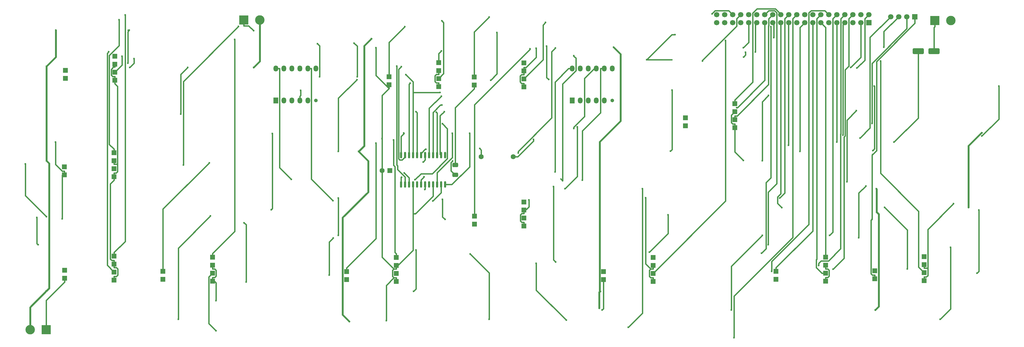
<source format=gbr>
%TF.GenerationSoftware,KiCad,Pcbnew,9.0.2*%
%TF.CreationDate,2025-07-13T15:23:57+02:00*%
%TF.ProjectId,elec,656c6563-2e6b-4696-9361-645f70636258,rev?*%
%TF.SameCoordinates,Original*%
%TF.FileFunction,Copper,L2,Bot*%
%TF.FilePolarity,Positive*%
%FSLAX46Y46*%
G04 Gerber Fmt 4.6, Leading zero omitted, Abs format (unit mm)*
G04 Created by KiCad (PCBNEW 9.0.2) date 2025-07-13 15:23:57*
%MOMM*%
%LPD*%
G01*
G04 APERTURE LIST*
G04 Aperture macros list*
%AMRoundRect*
0 Rectangle with rounded corners*
0 $1 Rounding radius*
0 $2 $3 $4 $5 $6 $7 $8 $9 X,Y pos of 4 corners*
0 Add a 4 corners polygon primitive as box body*
4,1,4,$2,$3,$4,$5,$6,$7,$8,$9,$2,$3,0*
0 Add four circle primitives for the rounded corners*
1,1,$1+$1,$2,$3*
1,1,$1+$1,$4,$5*
1,1,$1+$1,$6,$7*
1,1,$1+$1,$8,$9*
0 Add four rect primitives between the rounded corners*
20,1,$1+$1,$2,$3,$4,$5,0*
20,1,$1+$1,$4,$5,$6,$7,0*
20,1,$1+$1,$6,$7,$8,$9,0*
20,1,$1+$1,$8,$9,$2,$3,0*%
G04 Aperture macros list end*
%TA.AperFunction,ComponentPad*%
%ADD10R,1.500000X1.500000*%
%TD*%
%TA.AperFunction,ComponentPad*%
%ADD11R,1.501140X1.930400*%
%TD*%
%TA.AperFunction,ComponentPad*%
%ADD12O,1.501140X1.930400*%
%TD*%
%TA.AperFunction,ComponentPad*%
%ADD13O,1.168400X1.168400*%
%TD*%
%TA.AperFunction,ComponentPad*%
%ADD14R,3.000000X3.000000*%
%TD*%
%TA.AperFunction,ComponentPad*%
%ADD15C,3.000000*%
%TD*%
%TA.AperFunction,ComponentPad*%
%ADD16R,1.700000X1.700000*%
%TD*%
%TA.AperFunction,ComponentPad*%
%ADD17C,1.700000*%
%TD*%
%TA.AperFunction,SMDPad,CuDef*%
%ADD18RoundRect,0.250000X-1.500000X-0.650000X1.500000X-0.650000X1.500000X0.650000X-1.500000X0.650000X0*%
%TD*%
%TA.AperFunction,SMDPad,CuDef*%
%ADD19RoundRect,0.250000X0.650000X-0.412500X0.650000X0.412500X-0.650000X0.412500X-0.650000X-0.412500X0*%
%TD*%
%TA.AperFunction,ComponentPad*%
%ADD20C,1.600000*%
%TD*%
%TA.AperFunction,ComponentPad*%
%ADD21RoundRect,0.250000X0.550000X0.550000X-0.550000X0.550000X-0.550000X-0.550000X0.550000X-0.550000X0*%
%TD*%
%TA.AperFunction,SMDPad,CuDef*%
%ADD22RoundRect,0.150000X0.150000X-0.875000X0.150000X0.875000X-0.150000X0.875000X-0.150000X-0.875000X0*%
%TD*%
%TA.AperFunction,ViaPad*%
%ADD23C,0.600000*%
%TD*%
%TA.AperFunction,Conductor*%
%ADD24C,0.400000*%
%TD*%
%TA.AperFunction,Conductor*%
%ADD25C,0.600000*%
%TD*%
G04 APERTURE END LIST*
D10*
%TO.P,KR8,1,+5V_TOP_LED*%
%TO.N,Net-(J2-Pin_24)*%
X286000000Y-125650000D03*
%TO.P,KR8,2,GND_TOP_LED*%
%TO.N,GND*%
X286000000Y-128190000D03*
%TO.P,KR8,3,+5V_BOTTOM_LED*%
%TO.N,Net-(J2-Pin_26)*%
X286000000Y-130730000D03*
%TO.P,KR8,4,GND_BOTTOM_LED*%
%TO.N,GND*%
X286000000Y-133270000D03*
%TO.P,KR8,5,SW_IN*%
%TO.N,Net-(J2-Pin_27)*%
X270300000Y-130150000D03*
%TO.P,KR8,6,SW_OUT*%
%TO.N,GND*%
X270300000Y-132690000D03*
%TD*%
%TO.P,KR3,1,+5V_TOP_LED*%
%TO.N,Net-(J2-Pin_4)*%
X89150000Y-174100000D03*
%TO.P,KR3,2,GND_TOP_LED*%
%TO.N,GND*%
X89150000Y-176640000D03*
%TO.P,KR3,3,+5V_BOTTOM_LED*%
%TO.N,Net-(J2-Pin_5)*%
X89150000Y-179180000D03*
%TO.P,KR3,4,GND_BOTTOM_LED*%
%TO.N,GND*%
X89150000Y-181720000D03*
%TO.P,KR3,5,SW_IN*%
%TO.N,Net-(J2-Pin_6)*%
X73450000Y-178600000D03*
%TO.P,KR3,6,SW_OUT*%
%TO.N,GND*%
X73450000Y-181140000D03*
%TD*%
%TO.P,KR11,1,+5V_TOP_LED*%
%TO.N,Net-(J2-Pin_31)*%
X192050000Y-112650000D03*
%TO.P,KR11,2,GND_TOP_LED*%
%TO.N,GND*%
X192050000Y-115190000D03*
%TO.P,KR11,3,+5V_BOTTOM_LED*%
%TO.N,Net-(J2-Pin_32)*%
X192050000Y-117730000D03*
%TO.P,KR11,4,GND_BOTTOM_LED*%
%TO.N,GND*%
X192050000Y-120270000D03*
%TO.P,KR11,5,SW_IN*%
%TO.N,Net-(J2-Pin_33)*%
X176350000Y-117150000D03*
%TO.P,KR11,6,SW_OUT*%
%TO.N,GND*%
X176350000Y-119690000D03*
%TD*%
%TO.P,KR7,1,+5V_TOP_LED*%
%TO.N,Net-(J2-Pin_10)*%
X260050000Y-174500000D03*
%TO.P,KR7,2,GND_TOP_LED*%
%TO.N,GND*%
X260050000Y-177040000D03*
%TO.P,KR7,3,+5V_BOTTOM_LED*%
%TO.N,Net-(J2-Pin_11)*%
X260050000Y-179580000D03*
%TO.P,KR7,4,GND_BOTTOM_LED*%
%TO.N,GND*%
X260050000Y-182120000D03*
%TO.P,KR7,5,SW_IN*%
%TO.N,Net-(J2-Pin_12)*%
X244350000Y-179000000D03*
%TO.P,KR7,6,SW_OUT*%
%TO.N,GND*%
X244350000Y-181540000D03*
%TD*%
%TO.P,KR1,1,+5V_TOP_LED*%
%TO.N,Net-(J2-Pin_1)*%
X89400000Y-110600000D03*
%TO.P,KR1,2,GND_TOP_LED*%
%TO.N,GND*%
X89400000Y-113140000D03*
%TO.P,KR1,3,+5V_BOTTOM_LED*%
%TO.N,Net-(J2-Pin_2)*%
X89400000Y-115680000D03*
%TO.P,KR1,4,GND_BOTTOM_LED*%
%TO.N,GND*%
X89400000Y-118220000D03*
%TO.P,KR1,5,SW_IN*%
%TO.N,Net-(J2-Pin_3)*%
X73700000Y-115100000D03*
%TO.P,KR1,6,SW_OUT*%
%TO.N,GND*%
X73700000Y-117640000D03*
%TD*%
%TO.P,KR9,1,+5V_TOP_LED*%
%TO.N,Net-(J2-Pin_13)*%
X314750000Y-174450000D03*
%TO.P,KR9,2,GND_TOP_LED*%
%TO.N,GND*%
X314750000Y-176990000D03*
%TO.P,KR9,3,+5V_BOTTOM_LED*%
%TO.N,Net-(J2-Pin_14)*%
X314750000Y-179530000D03*
%TO.P,KR9,4,GND_BOTTOM_LED*%
%TO.N,GND*%
X314750000Y-182070000D03*
%TO.P,KR9,5,SW_IN*%
%TO.N,Net-(J2-Pin_15)*%
X299050000Y-178950000D03*
%TO.P,KR9,6,SW_OUT*%
%TO.N,GND*%
X299050000Y-181490000D03*
%TD*%
%TO.P,KR10,1,+5V_TOP_LED*%
%TO.N,Net-(J2-Pin_28)*%
X346000000Y-174250000D03*
%TO.P,KR10,2,GND_TOP_LED*%
%TO.N,GND*%
X346000000Y-176790000D03*
%TO.P,KR10,3,+5V_BOTTOM_LED*%
%TO.N,Net-(J2-Pin_29)*%
X346000000Y-179330000D03*
%TO.P,KR10,4,GND_BOTTOM_LED*%
%TO.N,GND*%
X346000000Y-181870000D03*
%TO.P,KR10,5,SW_IN*%
%TO.N,Net-(J2-Pin_30)*%
X330300000Y-178750000D03*
%TO.P,KR10,6,SW_OUT*%
%TO.N,GND*%
X330300000Y-181290000D03*
%TD*%
D11*
%TO.P,S1,1,e*%
%TO.N,/A_SegE*%
X140421400Y-124705000D03*
D12*
%TO.P,S1,2,d*%
%TO.N,/A_SegD*%
X142961400Y-124705000D03*
%TO.P,S1,3,dp*%
%TO.N,/A_SegDP*%
X145501400Y-124705000D03*
%TO.P,S1,4,c*%
%TO.N,/A_SegC*%
X148041400Y-124705000D03*
%TO.P,S1,5,g*%
%TO.N,/A_SegG*%
X150581400Y-124705000D03*
D13*
%TO.P,S1,6*%
%TO.N,N/C*%
X153121400Y-124705000D03*
D12*
%TO.P,S1,7,b*%
%TO.N,/A_SegB*%
X153121400Y-114545000D03*
%TO.P,S1,8,A1*%
%TO.N,/A0*%
X150581400Y-114545000D03*
%TO.P,S1,9,A2*%
%TO.N,/A1*%
X148041400Y-114545000D03*
%TO.P,S1,10,f*%
%TO.N,/A_SegF*%
X145501400Y-114545000D03*
%TO.P,S1,11,a*%
%TO.N,/A_SegA*%
X142961400Y-114545000D03*
%TO.P,S1,12,A3*%
%TO.N,/A2*%
X140423940Y-114545000D03*
%TD*%
D10*
%TO.P,KR5,1,+5V_TOP_LED*%
%TO.N,Net-(J2-Pin_7)*%
X178600000Y-174510000D03*
%TO.P,KR5,2,GND_TOP_LED*%
%TO.N,GND*%
X178600000Y-177050000D03*
%TO.P,KR5,3,+5V_BOTTOM_LED*%
%TO.N,Net-(J2-Pin_8)*%
X178600000Y-179590000D03*
%TO.P,KR5,4,GND_BOTTOM_LED*%
%TO.N,GND*%
X178600000Y-182130000D03*
%TO.P,KR5,5,SW_IN*%
%TO.N,Net-(J2-Pin_9)*%
X162900000Y-179010000D03*
%TO.P,KR5,6,SW_OUT*%
%TO.N,GND*%
X162900000Y-181550000D03*
%TD*%
%TO.P,KR12,1,+5V_TOP_LED*%
%TO.N,Net-(J2-Pin_34)*%
X219050000Y-112750000D03*
%TO.P,KR12,2,GND_TOP_LED*%
%TO.N,GND*%
X219050000Y-115290000D03*
%TO.P,KR12,3,+5V_BOTTOM_LED*%
%TO.N,Net-(J2-Pin_35)*%
X219050000Y-117830000D03*
%TO.P,KR12,4,GND_BOTTOM_LED*%
%TO.N,GND*%
X219050000Y-120370000D03*
%TO.P,KR12,5,SW_IN*%
%TO.N,Net-(J2-Pin_36)*%
X203350000Y-117250000D03*
%TO.P,KR12,6,SW_OUT*%
%TO.N,GND*%
X203350000Y-119790000D03*
%TD*%
%TO.P,KR2,1,+5V_TOP_LED*%
%TO.N,Net-(J2-Pin_16)*%
X89100000Y-141250000D03*
%TO.P,KR2,2,GND_TOP_LED*%
%TO.N,GND*%
X89100000Y-143790000D03*
%TO.P,KR2,3,+5V_BOTTOM_LED*%
%TO.N,Net-(J2-Pin_17)*%
X89100000Y-146330000D03*
%TO.P,KR2,4,GND_BOTTOM_LED*%
%TO.N,GND*%
X89100000Y-148870000D03*
%TO.P,KR2,5,SW_IN*%
%TO.N,Net-(J2-Pin_18)*%
X73400000Y-145750000D03*
%TO.P,KR2,6,SW_OUT*%
%TO.N,GND*%
X73400000Y-148290000D03*
%TD*%
D11*
%TO.P,S2,1,e*%
%TO.N,/A_SegE*%
X234415200Y-124669300D03*
D12*
%TO.P,S2,2,d*%
%TO.N,/A_SegD*%
X236955200Y-124669300D03*
%TO.P,S2,3,dp*%
%TO.N,/A_SegDP*%
X239495200Y-124669300D03*
%TO.P,S2,4,c*%
%TO.N,/A_SegC*%
X242035200Y-124669300D03*
%TO.P,S2,5,g*%
%TO.N,/A_SegG*%
X244575200Y-124669300D03*
D13*
%TO.P,S2,6*%
%TO.N,N/C*%
X247115200Y-124669300D03*
D12*
%TO.P,S2,7,b*%
%TO.N,/A_SegB*%
X247115200Y-114509300D03*
%TO.P,S2,8,A1*%
%TO.N,/A3*%
X244575200Y-114509300D03*
%TO.P,S2,9,A2*%
%TO.N,/A4*%
X242035200Y-114509300D03*
%TO.P,S2,10,f*%
%TO.N,/A_SegF*%
X239495200Y-114509300D03*
%TO.P,S2,11,a*%
%TO.N,/A_SegA*%
X236955200Y-114509300D03*
%TO.P,S2,12,A3*%
%TO.N,/A5*%
X234417740Y-114509300D03*
%TD*%
D10*
%TO.P,KR4,1,+5V_TOP_LED*%
%TO.N,Net-(J2-Pin_19)*%
X120350000Y-174450000D03*
%TO.P,KR4,2,GND_TOP_LED*%
%TO.N,GND*%
X120350000Y-176990000D03*
%TO.P,KR4,3,+5V_BOTTOM_LED*%
%TO.N,Net-(J2-Pin_20)*%
X120350000Y-179530000D03*
%TO.P,KR4,4,GND_BOTTOM_LED*%
%TO.N,GND*%
X120350000Y-182070000D03*
%TO.P,KR4,5,SW_IN*%
%TO.N,Net-(J2-Pin_21)*%
X104650000Y-178950000D03*
%TO.P,KR4,6,SW_OUT*%
%TO.N,GND*%
X104650000Y-181490000D03*
%TD*%
%TO.P,KR6,1,+5V_TOP_LED*%
%TO.N,Net-(J2-Pin_22)*%
X219100000Y-156900000D03*
%TO.P,KR6,2,GND_TOP_LED*%
%TO.N,GND*%
X219100000Y-159440000D03*
%TO.P,KR6,3,+5V_BOTTOM_LED*%
%TO.N,Net-(J2-Pin_23)*%
X219100000Y-161980000D03*
%TO.P,KR6,4,GND_BOTTOM_LED*%
%TO.N,GND*%
X219100000Y-164520000D03*
%TO.P,KR6,5,SW_IN*%
%TO.N,Net-(J2-Pin_25)*%
X203400000Y-161400000D03*
%TO.P,KR6,6,SW_OUT*%
%TO.N,GND*%
X203400000Y-163940000D03*
%TD*%
D14*
%TO.P,P1,1,Pin_1*%
%TO.N,/Vin*%
X349400000Y-99300000D03*
D15*
%TO.P,P1,2,Pin_2*%
%TO.N,GND*%
X354480000Y-99300000D03*
%TD*%
D16*
%TO.P,J2,1,Pin_1*%
%TO.N,Net-(J2-Pin_1)*%
X328490000Y-99950000D03*
D17*
%TO.P,J2,2,Pin_2*%
%TO.N,Net-(J2-Pin_2)*%
X328490000Y-97410000D03*
%TO.P,J2,3,Pin_3*%
%TO.N,Net-(J2-Pin_3)*%
X325950000Y-99950000D03*
%TO.P,J2,4,Pin_4*%
%TO.N,Net-(J2-Pin_4)*%
X325950000Y-97410000D03*
%TO.P,J2,5,Pin_5*%
%TO.N,Net-(J2-Pin_5)*%
X323410000Y-99950000D03*
%TO.P,J2,6,Pin_6*%
%TO.N,Net-(J2-Pin_6)*%
X323410000Y-97410000D03*
%TO.P,J2,7,Pin_7*%
%TO.N,Net-(J2-Pin_7)*%
X320870000Y-99950000D03*
%TO.P,J2,8,Pin_8*%
%TO.N,Net-(J2-Pin_8)*%
X320870000Y-97410000D03*
%TO.P,J2,9,Pin_9*%
%TO.N,Net-(J2-Pin_9)*%
X318330000Y-99950000D03*
%TO.P,J2,10,Pin_10*%
%TO.N,Net-(J2-Pin_10)*%
X318330000Y-97410000D03*
%TO.P,J2,11,Pin_11*%
%TO.N,Net-(J2-Pin_11)*%
X315790000Y-99950000D03*
%TO.P,J2,12,Pin_12*%
%TO.N,Net-(J2-Pin_12)*%
X315790000Y-97410000D03*
%TO.P,J2,13,Pin_13*%
%TO.N,Net-(J2-Pin_13)*%
X313250000Y-99950000D03*
%TO.P,J2,14,Pin_14*%
%TO.N,Net-(J2-Pin_14)*%
X313250000Y-97410000D03*
%TO.P,J2,15,Pin_15*%
%TO.N,Net-(J2-Pin_15)*%
X310710000Y-99950000D03*
%TO.P,J2,16,Pin_16*%
%TO.N,Net-(J2-Pin_16)*%
X310710000Y-97410000D03*
%TO.P,J2,17,Pin_17*%
%TO.N,Net-(J2-Pin_17)*%
X308170000Y-99950000D03*
%TO.P,J2,18,Pin_18*%
%TO.N,Net-(J2-Pin_18)*%
X308170000Y-97410000D03*
%TO.P,J2,19,Pin_19*%
%TO.N,Net-(J2-Pin_19)*%
X305630000Y-99950000D03*
%TO.P,J2,20,Pin_20*%
%TO.N,Net-(J2-Pin_20)*%
X305630000Y-97410000D03*
%TO.P,J2,21,Pin_21*%
%TO.N,Net-(J2-Pin_21)*%
X303090000Y-99950000D03*
%TO.P,J2,22,Pin_22*%
%TO.N,Net-(J2-Pin_22)*%
X303090000Y-97410000D03*
%TO.P,J2,23,Pin_23*%
%TO.N,Net-(J2-Pin_23)*%
X300550000Y-99950000D03*
%TO.P,J2,24,Pin_24*%
%TO.N,Net-(J2-Pin_24)*%
X300550000Y-97410000D03*
%TO.P,J2,25,Pin_25*%
%TO.N,Net-(J2-Pin_25)*%
X298010000Y-99950000D03*
%TO.P,J2,26,Pin_26*%
%TO.N,Net-(J2-Pin_26)*%
X298010000Y-97410000D03*
%TO.P,J2,27,Pin_27*%
%TO.N,Net-(J2-Pin_27)*%
X295470000Y-99950000D03*
%TO.P,J2,28,Pin_28*%
%TO.N,Net-(J2-Pin_28)*%
X295470000Y-97410000D03*
%TO.P,J2,29,Pin_29*%
%TO.N,Net-(J2-Pin_29)*%
X292930000Y-99950000D03*
%TO.P,J2,30,Pin_30*%
%TO.N,Net-(J2-Pin_30)*%
X292930000Y-97410000D03*
%TO.P,J2,31,Pin_31*%
%TO.N,Net-(J2-Pin_31)*%
X290390000Y-99950000D03*
%TO.P,J2,32,Pin_32*%
%TO.N,Net-(J2-Pin_32)*%
X290390000Y-97410000D03*
%TO.P,J2,33,Pin_33*%
%TO.N,Net-(J2-Pin_33)*%
X287850000Y-99950000D03*
%TO.P,J2,34,Pin_34*%
%TO.N,Net-(J2-Pin_34)*%
X287850000Y-97410000D03*
%TO.P,J2,35,Pin_35*%
%TO.N,Net-(J2-Pin_35)*%
X285310000Y-99950000D03*
%TO.P,J2,36,Pin_36*%
%TO.N,Net-(J2-Pin_36)*%
X285310000Y-97410000D03*
%TO.P,J2,37,Pin_37*%
%TO.N,unconnected-(J2-Pin_37-Pad37)*%
X282770000Y-99950000D03*
%TO.P,J2,38,Pin_38*%
%TO.N,unconnected-(J2-Pin_38-Pad38)*%
X282770000Y-97410000D03*
%TO.P,J2,39,Pin_39*%
%TO.N,unconnected-(J2-Pin_39-Pad39)*%
X280230000Y-99950000D03*
%TO.P,J2,40,Pin_40*%
%TO.N,unconnected-(J2-Pin_40-Pad40)*%
X280230000Y-97410000D03*
%TD*%
D18*
%TO.P,D1,1,K*%
%TO.N,/Vcc*%
X344125000Y-109050000D03*
%TO.P,D1,2,A*%
%TO.N,/Vin*%
X349125000Y-109050000D03*
%TD*%
D16*
%TO.P,P2,1,Pin_1*%
%TO.N,GND*%
X343040000Y-98050000D03*
D17*
%TO.P,P2,2,Pin_2*%
%TO.N,/Din*%
X340500000Y-98050000D03*
%TO.P,P2,3,Pin_3*%
%TO.N,/Sel*%
X337960000Y-98050000D03*
%TO.P,P2,4,Pin_4*%
%TO.N,/Clk*%
X335420000Y-98050000D03*
%TD*%
D19*
%TO.P,C2,1*%
%TO.N,/Vcc*%
X197300000Y-148312500D03*
%TO.P,C2,2*%
%TO.N,GND*%
X197300000Y-145187500D03*
%TD*%
D20*
%TO.P,R1,1*%
%TO.N,/Vcc*%
X215730000Y-142500000D03*
%TO.P,R1,2*%
%TO.N,Net-(IC1-ISET)*%
X205570000Y-142500000D03*
%TD*%
D21*
%TO.P,C1,1*%
%TO.N,/Vcc*%
X176600000Y-146900000D03*
D20*
%TO.P,C1,2*%
%TO.N,GND*%
X174100000Y-146900000D03*
%TD*%
D14*
%TO.P,J1,1,Pin_1*%
%TO.N,GND*%
X130275000Y-99075000D03*
D15*
%TO.P,J1,2,Pin_2*%
%TO.N,+12V*%
X135355000Y-99075000D03*
%TD*%
D14*
%TO.P,J3,1,Pin_1*%
%TO.N,GND*%
X67590000Y-197450000D03*
D15*
%TO.P,J3,2,Pin_2*%
%TO.N,+12V*%
X62510000Y-197450000D03*
%TD*%
D22*
%TO.P,IC1,1,DIN*%
%TO.N,/Din*%
X194110000Y-151350000D03*
%TO.P,IC1,2,DIG0*%
%TO.N,/A0*%
X192840000Y-151350000D03*
%TO.P,IC1,3,DIG4*%
%TO.N,/A4*%
X191570000Y-151350000D03*
%TO.P,IC1,4,GND1*%
%TO.N,GND*%
X190300000Y-151350000D03*
%TO.P,IC1,5,DIG6*%
%TO.N,/K6*%
X189030000Y-151350000D03*
%TO.P,IC1,6,DIG2*%
%TO.N,/A2*%
X187760000Y-151350000D03*
%TO.P,IC1,7,DIG3*%
%TO.N,/A3*%
X186490000Y-151350000D03*
%TO.P,IC1,8,DIG7*%
%TO.N,/K7*%
X185220000Y-151350000D03*
%TO.P,IC1,9,GND2*%
%TO.N,GND*%
X183950000Y-151350000D03*
%TO.P,IC1,10,DIG5*%
%TO.N,/A5*%
X182680000Y-151350000D03*
%TO.P,IC1,11,DIG1*%
%TO.N,/A1*%
X181410000Y-151350000D03*
%TO.P,IC1,12,LOAD*%
%TO.N,/Sel*%
X180140000Y-151350000D03*
%TO.P,IC1,13,CLK*%
%TO.N,/Clk*%
X180140000Y-142050000D03*
%TO.P,IC1,14,SEGA*%
%TO.N,/A_SegA*%
X181410000Y-142050000D03*
%TO.P,IC1,15,SEGF*%
%TO.N,/A_SegF*%
X182680000Y-142050000D03*
%TO.P,IC1,16,SEGB*%
%TO.N,/A_SegB*%
X183950000Y-142050000D03*
%TO.P,IC1,17,SEGG*%
%TO.N,/A_SegG*%
X185220000Y-142050000D03*
%TO.P,IC1,18,ISET*%
%TO.N,Net-(IC1-ISET)*%
X186490000Y-142050000D03*
%TO.P,IC1,19,VCC*%
%TO.N,/Vcc*%
X187760000Y-142050000D03*
%TO.P,IC1,20,SEGC*%
%TO.N,/A_SegC*%
X189030000Y-142050000D03*
%TO.P,IC1,21,SEGE*%
%TO.N,/A_SegE*%
X190300000Y-142050000D03*
%TO.P,IC1,22,SEGDP*%
%TO.N,/A_SegDP*%
X191570000Y-142050000D03*
%TO.P,IC1,23,SEGD*%
%TO.N,/A_SegD*%
X192840000Y-142050000D03*
%TO.P,IC1,24,DOUT*%
%TO.N,unconnected-(IC1-DOUT-Pad24)*%
X194110000Y-142050000D03*
%TD*%
D23*
%TO.N,/Vcc*%
X196487400Y-143895400D03*
X187140300Y-144194000D03*
X336470300Y-137906200D03*
X222103900Y-137022500D03*
%TO.N,GND*%
X222979500Y-108115100D03*
X70556600Y-137848700D03*
X220668100Y-156287900D03*
X175456600Y-194574300D03*
X243885700Y-191231200D03*
X184700000Y-160676900D03*
X172207300Y-107912000D03*
X133381500Y-102524300D03*
X329650500Y-141843300D03*
X72715100Y-162279300D03*
X121435100Y-188268700D03*
X355307000Y-157458700D03*
X329452400Y-162406700D03*
X288684700Y-143687000D03*
X257706400Y-155560000D03*
X174100000Y-136779700D03*
%TO.N,/Clk*%
X325645500Y-136597500D03*
X181025500Y-135004800D03*
%TO.N,/A_SegDP*%
X191317500Y-128421100D03*
%TO.N,/A_SegG*%
X184898500Y-128249100D03*
%TO.N,/A_SegC*%
X192887000Y-123296100D03*
X148314500Y-121415700D03*
%TO.N,/A4*%
X196375100Y-135119900D03*
X234925900Y-133603700D03*
%TO.N,/A_SegB*%
X192472000Y-122148100D03*
X181696800Y-116460000D03*
%TO.N,/A_SegE*%
X193113500Y-126140500D03*
%TO.N,/Sel*%
X333235500Y-107749300D03*
X289398400Y-109314700D03*
X231381500Y-150196000D03*
X234935700Y-110431700D03*
X288768000Y-110862700D03*
X180341500Y-149016000D03*
%TO.N,/A_SegA*%
X180234400Y-113892200D03*
%TO.N,/A2*%
X145327900Y-149756200D03*
X187712100Y-152923000D03*
%TO.N,/Din*%
X201890000Y-135059800D03*
X329527200Y-131981200D03*
%TO.N,/A0*%
X190179500Y-156615900D03*
X158591600Y-156521800D03*
%TO.N,/A1*%
X178814500Y-113731200D03*
%TO.N,/A_SegD*%
X193869000Y-128199100D03*
%TO.N,/A_SegF*%
X182994600Y-119175000D03*
%TO.N,/A5*%
X228952700Y-147375000D03*
X181167100Y-147687500D03*
%TO.N,Net-(IC1-ISET)*%
X188046500Y-140205900D03*
X205076600Y-139907400D03*
%TO.N,/A3*%
X187394400Y-148892500D03*
X237642100Y-150026700D03*
%TO.N,+12V*%
X330821400Y-152718700D03*
X67614000Y-185244000D03*
X133381500Y-114206200D03*
X168434500Y-117906500D03*
X170731600Y-104998800D03*
X243271200Y-185306200D03*
X242989100Y-190640400D03*
X364309600Y-134943700D03*
X330945700Y-160123100D03*
X330497100Y-191231200D03*
X360034600Y-158643700D03*
X249729200Y-131171400D03*
X247508400Y-107751900D03*
X70662900Y-102356200D03*
X163733500Y-194874400D03*
X67676300Y-113824400D03*
X68524500Y-170493700D03*
X166689300Y-140868700D03*
X67676300Y-143831200D03*
X169745100Y-153770400D03*
X249729200Y-117168700D03*
%TO.N,Net-(D4-K)*%
X93973400Y-102356200D03*
X93502800Y-112806400D03*
%TO.N,Net-(D8-K)*%
X61004600Y-144791900D03*
X67676300Y-161606200D03*
%TO.N,Net-(D10-A)*%
X64689700Y-161844300D03*
X65042100Y-170493700D03*
%TO.N,Net-(D20-K)*%
X110321600Y-129018700D03*
X112475300Y-114206200D03*
%TO.N,Net-(D24-K)*%
X131057200Y-182343700D03*
X130394900Y-163502800D03*
%TO.N,Net-(D26-K)*%
X119727600Y-161345800D03*
X109488700Y-194193700D03*
%TO.N,Net-(D27-K)*%
X139354700Y-135162800D03*
X138960400Y-159397500D03*
%TO.N,Net-(D29-K)*%
X160260900Y-140868700D03*
X166130600Y-118059300D03*
%TO.N,Net-(D30-K)*%
X153619800Y-106639200D03*
X154287700Y-117170200D03*
%TO.N,Net-(D32-K)*%
X160260900Y-155681200D03*
X160260900Y-167531200D03*
%TO.N,Net-(D33-K)*%
X157338400Y-180116800D03*
X158610200Y-168327900D03*
%TO.N,Net-(D38-K)*%
X184129900Y-185306200D03*
X184898500Y-172166800D03*
%TO.N,Net-(D39-K)*%
X202073300Y-173456200D03*
X208046500Y-194193700D03*
%TO.N,Net-(D42-K)*%
X194076600Y-162456500D03*
X193289200Y-156081200D03*
%TO.N,Net-(D43-K)*%
X193242000Y-132034900D03*
X184563500Y-149857800D03*
%TO.N,Net-(D45-K)*%
X166234100Y-117168700D03*
X165259200Y-106427500D03*
%TO.N,Net-(D47-K)*%
X210569600Y-103077200D03*
X208601600Y-118200900D03*
%TO.N,Net-(D48-K)*%
X226942500Y-117994300D03*
X226315500Y-107383000D03*
%TO.N,Net-(D49-K)*%
X229089900Y-107992900D03*
X217271100Y-141345600D03*
%TO.N,Net-(D52-K)*%
X236040300Y-133024800D03*
X232086900Y-152718700D03*
%TO.N,Net-(D53-K)*%
X228479100Y-152018400D03*
X229192100Y-176019800D03*
%TO.N,Net-(D54-K)*%
X222979500Y-176418700D03*
X232520000Y-194467100D03*
%TO.N,Net-(D56-K)*%
X256678800Y-152697800D03*
X252165300Y-196739000D03*
%TO.N,Net-(D58-K)*%
X266065900Y-121393200D03*
X265554300Y-140784300D03*
%TO.N,Net-(D61-K)*%
X258878200Y-172862500D03*
X264791900Y-161029800D03*
%TO.N,Net-(D65-K)*%
X294657900Y-167531200D03*
X284851500Y-191231200D03*
%TO.N,Net-(D68-K)*%
X296663100Y-123093700D03*
X294657900Y-143831200D03*
%TO.N,Net-(D73-K)*%
X321537300Y-150527600D03*
X324523900Y-127918700D03*
%TO.N,Net-(D74-K)*%
X327510500Y-151828100D03*
X325271700Y-168289100D03*
%TO.N,Net-(D77-K)*%
X351079700Y-194193700D03*
X354420800Y-171328600D03*
%TO.N,Net-(D79-K)*%
X333483700Y-158643700D03*
X340659800Y-178179900D03*
%TO.N,Net-(D80-K)*%
X363396500Y-159513100D03*
X362802900Y-179540400D03*
%TO.N,Net-(D82-K)*%
X364310000Y-135943800D03*
X369671200Y-120131200D03*
%TO.N,Net-(D83-K)*%
X329706200Y-140559100D03*
X330205500Y-120131200D03*
%TO.N,Net-(J2-Pin_34)*%
X275706800Y-112131800D03*
%TO.N,Net-(J2-Pin_3)*%
X322685400Y-114206200D03*
X94143200Y-114207800D03*
X95492400Y-111338600D03*
%TO.N,Net-(J2-Pin_32)*%
X193113500Y-99393700D03*
%TO.N,Net-(J2-Pin_28)*%
X296594200Y-170493700D03*
%TO.N,Net-(J2-Pin_11)*%
X283005100Y-105600300D03*
%TO.N,Net-(J2-Pin_12)*%
X297621100Y-178960000D03*
%TO.N,Net-(J2-Pin_8)*%
X312542100Y-177052100D03*
%TO.N,Net-(J2-Pin_33)*%
X181335900Y-101200900D03*
%TO.N,Net-(J2-Pin_27)*%
X286554300Y-126920000D03*
%TO.N,Net-(J2-Pin_17)*%
X306604300Y-140868700D03*
%TO.N,Net-(J2-Pin_19)*%
X127408300Y-105318700D03*
%TO.N,Net-(J2-Pin_35)*%
X225966100Y-99886600D03*
%TO.N,Net-(J2-Pin_9)*%
X318295600Y-137906200D03*
X172207300Y-138183600D03*
%TO.N,Net-(J2-Pin_25)*%
X298327500Y-104675600D03*
X221012700Y-108222100D03*
%TO.N,Net-(J2-Pin_10)*%
X316003700Y-167531200D03*
%TO.N,Net-(J2-Pin_16)*%
X90722500Y-99017500D03*
%TO.N,Net-(J2-Pin_7)*%
X320232800Y-135663500D03*
X177729200Y-137206500D03*
%TO.N,Net-(J2-Pin_23)*%
X300900300Y-158743400D03*
%TO.N,Net-(J2-Pin_18)*%
X128608000Y-101156500D03*
X111128200Y-145178300D03*
%TO.N,Net-(J2-Pin_2)*%
X91680200Y-110576100D03*
X324701300Y-114383600D03*
%TO.N,Net-(J2-Pin_6)*%
X317141500Y-178260000D03*
%TO.N,Net-(J2-Pin_30)*%
X294423800Y-173222200D03*
X297375000Y-101239200D03*
%TO.N,Net-(J2-Pin_29)*%
X332209100Y-112120000D03*
X292521400Y-109269400D03*
%TO.N,Net-(J2-Pin_4)*%
X92643000Y-97493100D03*
%TO.N,Net-(J2-Pin_36)*%
X278805800Y-97127800D03*
X208046500Y-98196200D03*
%TO.N,Net-(J2-Pin_21)*%
X119313400Y-144494300D03*
X303017700Y-138927700D03*
%TO.N,Net-(J2-Pin_5)*%
X87469800Y-109185400D03*
%TO.N,Net-(J2-Pin_22)*%
X300238900Y-155643100D03*
%TO.N,Net-(J2-Pin_1)*%
X267002500Y-103750900D03*
X258036400Y-111735200D03*
%TO.N,Net-(J2-Pin_31)*%
X288684700Y-107915100D03*
X192928900Y-108923900D03*
%TO.N,Net-(J2-Pin_20)*%
X121435100Y-197804500D03*
X285698100Y-200063700D03*
%TD*%
D24*
%TO.N,/Vcc*%
X215730000Y-142500000D02*
X217134200Y-142500000D01*
X197300000Y-148312500D02*
X195972200Y-146984700D01*
X195972200Y-144410600D02*
X196487400Y-143895400D01*
X222103900Y-137530300D02*
X222103900Y-137022500D01*
X217134200Y-142500000D02*
X222103900Y-137530300D01*
X187760000Y-143574300D02*
X187760000Y-142050000D01*
X187140300Y-144194000D02*
X187760000Y-143574300D01*
X344125000Y-109050000D02*
X344125000Y-130251500D01*
X195972200Y-146984700D02*
X195972200Y-144410600D01*
X344125000Y-130251500D02*
X336470300Y-137906200D01*
%TO.N,GND*%
X70556600Y-137848700D02*
X70556600Y-145014800D01*
X190898300Y-118686500D02*
X191330100Y-119118300D01*
X73400000Y-147714100D02*
X73400000Y-147138300D01*
X197300000Y-145187500D02*
X197300000Y-126991700D01*
X191330100Y-116341700D02*
X190898300Y-116773500D01*
X243885700Y-191231200D02*
X244350000Y-190766900D01*
X286000000Y-128190000D02*
X284848300Y-129341700D01*
X89100000Y-147718300D02*
X89819900Y-147718300D01*
X120350000Y-181494100D02*
X120350000Y-180918300D01*
X88248300Y-116636500D02*
X88680100Y-117068300D01*
X219769800Y-114138300D02*
X219050000Y-114138300D01*
X284848300Y-131686500D02*
X285280100Y-132118300D01*
X174100000Y-123091700D02*
X176350000Y-120841700D01*
X90251700Y-120223400D02*
X90251700Y-144941700D01*
X285280100Y-132118300D02*
X286000000Y-132118300D01*
X178600000Y-177625800D02*
X178600000Y-178201700D01*
X90301700Y-178223500D02*
X89869900Y-177791700D01*
X87952000Y-151169700D02*
X89100000Y-150021700D01*
X178600000Y-182130000D02*
X178600000Y-180978300D01*
X217898300Y-118786500D02*
X218330100Y-119218300D01*
X329650500Y-141843300D02*
X330907600Y-140586200D01*
X130275000Y-99075000D02*
X130275000Y-100976700D01*
X89150000Y-180568300D02*
X89869900Y-180568300D01*
X89400000Y-114042600D02*
X88969300Y-114042600D01*
X259330100Y-178191700D02*
X258898300Y-178623500D01*
X192050000Y-115190000D02*
X192050000Y-116341700D01*
X88680100Y-117068300D02*
X89400000Y-117068300D01*
X89150000Y-176640000D02*
X89150000Y-177791700D01*
X219050000Y-116441700D02*
X218330100Y-116441700D01*
X121069900Y-178141700D02*
X120350000Y-178141700D01*
X174100000Y-174421600D02*
X174100000Y-146900000D01*
X330300000Y-181290000D02*
X330300000Y-180138300D01*
X217898300Y-116873500D02*
X217898300Y-118786500D01*
X192050000Y-116341700D02*
X191330100Y-116341700D01*
X174100000Y-136779700D02*
X174100000Y-123091700D01*
X89150000Y-175488300D02*
X88430200Y-175488300D01*
X175456600Y-183401800D02*
X177880100Y-180978300D01*
X219100000Y-159440000D02*
X219100000Y-160015800D01*
X88248300Y-114763600D02*
X88248300Y-116636500D01*
X259330100Y-180968300D02*
X260050000Y-180968300D01*
X192050000Y-120270000D02*
X192050000Y-119118300D01*
X177448300Y-178633500D02*
X177880100Y-178201700D01*
X120350000Y-182070000D02*
X120350000Y-181494100D01*
X315469900Y-180918300D02*
X315901700Y-180486500D01*
X329580100Y-180138300D02*
X330300000Y-180138300D01*
X343040000Y-100152500D02*
X343040000Y-99301700D01*
X177880100Y-178201700D02*
X178600000Y-178201700D01*
X220668100Y-158447700D02*
X220668100Y-156287900D01*
X73400000Y-148290000D02*
X73400000Y-147714100D01*
X219100000Y-163368300D02*
X218380100Y-163368300D01*
X346000000Y-180718300D02*
X346719900Y-180718300D01*
X347151700Y-180286500D02*
X347151700Y-177941700D01*
X217948300Y-162936500D02*
X217948300Y-161023500D01*
X121501700Y-180486500D02*
X121501700Y-178573500D01*
X89869900Y-177791700D02*
X89150000Y-177791700D01*
X172207300Y-107912000D02*
X172207300Y-116699000D01*
X90251700Y-147286500D02*
X90251700Y-144941700D01*
X330907600Y-112284900D02*
X343040000Y-100152500D01*
X258898300Y-180536500D02*
X259330100Y-180968300D01*
X183950000Y-172275800D02*
X183950000Y-160676900D01*
X72680100Y-147138300D02*
X73400000Y-147138300D01*
X121069900Y-180918300D02*
X121501700Y-180486500D01*
X89819900Y-147718300D02*
X90251700Y-147286500D01*
X88969300Y-114042600D02*
X88248300Y-114763600D01*
X197300000Y-126991700D02*
X203350000Y-120941700D01*
X183950000Y-160676900D02*
X183950000Y-151350000D01*
X314750000Y-176990000D02*
X314750000Y-178141700D01*
X177880100Y-178201700D02*
X174100000Y-174421600D01*
X183950000Y-160676900D02*
X184700000Y-160676900D01*
X67590000Y-188151700D02*
X73450000Y-182291700D01*
X89150000Y-181720000D02*
X89150000Y-180568300D01*
X314750000Y-180918300D02*
X315469900Y-180918300D01*
X130275000Y-100976700D02*
X131833900Y-100976700D01*
X178600000Y-180978300D02*
X177880100Y-180978300D01*
X346000000Y-176790000D02*
X346000000Y-177941700D01*
X315901700Y-180486500D02*
X315901700Y-178573500D01*
X176350000Y-119690000D02*
X176350000Y-120841700D01*
X346719900Y-180718300D02*
X347151700Y-180286500D01*
X89100000Y-148870000D02*
X89100000Y-147718300D01*
X347151700Y-165614000D02*
X355307000Y-157458700D01*
X286000000Y-141002300D02*
X286000000Y-133270000D01*
X260050000Y-177040000D02*
X260050000Y-178191700D01*
X89400000Y-118220000D02*
X89400000Y-117068300D01*
X260050000Y-182120000D02*
X260050000Y-180968300D01*
X178600000Y-177625800D02*
X183950000Y-172275800D01*
X315469900Y-178141700D02*
X314750000Y-178141700D01*
X120350000Y-181494100D02*
X121435100Y-182579200D01*
X217948300Y-161023500D02*
X218380100Y-160591700D01*
X190300000Y-155076900D02*
X190300000Y-151350000D01*
X347151700Y-177941700D02*
X347151700Y-165614000D01*
X174100000Y-146900000D02*
X174100000Y-136779700D01*
X219100000Y-164520000D02*
X219100000Y-163368300D01*
X329452400Y-162406700D02*
X329148300Y-162710800D01*
X191330100Y-119118300D02*
X192050000Y-119118300D01*
X219050000Y-115290000D02*
X219050000Y-114138300D01*
X219050000Y-120370000D02*
X219050000Y-119218300D01*
X67590000Y-197450000D02*
X67590000Y-188151700D01*
X218330100Y-119218300D02*
X219050000Y-119218300D01*
X219100000Y-160015800D02*
X219100000Y-160591700D01*
X218380100Y-160591700D02*
X219100000Y-160591700D01*
X89100000Y-148870000D02*
X89100000Y-150021700D01*
X203350000Y-119790000D02*
X203350000Y-120941700D01*
X70556600Y-145014800D02*
X72680100Y-147138300D01*
X120350000Y-176990000D02*
X120350000Y-178141700D01*
X89150000Y-176640000D02*
X89150000Y-175488300D01*
X89400000Y-119371700D02*
X90251700Y-120223400D01*
X329452400Y-142041400D02*
X329452400Y-162406700D01*
X218380100Y-163368300D02*
X217948300Y-162936500D01*
X219100000Y-160015800D02*
X220668100Y-158447700D01*
X88430200Y-175488300D02*
X87952000Y-175010100D01*
X89400000Y-113140000D02*
X89400000Y-114042600D01*
X330907600Y-140586200D02*
X330907600Y-112284900D01*
X346000000Y-181870000D02*
X346000000Y-180718300D01*
X329148300Y-162710800D02*
X329148300Y-179706500D01*
X343040000Y-98050000D02*
X343040000Y-99301700D01*
X219050000Y-115290000D02*
X219050000Y-116441700D01*
X190898300Y-116773500D02*
X190898300Y-118686500D01*
X177880100Y-180978300D02*
X177448300Y-180546500D01*
X257706400Y-155560000D02*
X257706400Y-176568000D01*
X90251700Y-144941700D02*
X89100000Y-144941700D01*
X329650500Y-141843300D02*
X329452400Y-142041400D01*
X222979500Y-108115100D02*
X222979500Y-110928600D01*
X315901700Y-178573500D02*
X315469900Y-178141700D01*
X257706400Y-176568000D02*
X259330100Y-178191700D01*
X184700000Y-160676900D02*
X190300000Y-155076900D01*
X218330100Y-116441700D02*
X217898300Y-116873500D01*
X72715100Y-148399000D02*
X72715100Y-162279300D01*
X87952000Y-175010100D02*
X87952000Y-151169700D01*
X314750000Y-182070000D02*
X314750000Y-180918300D01*
X73450000Y-181140000D02*
X73450000Y-182291700D01*
X346000000Y-177941700D02*
X347151700Y-177941700D01*
X258898300Y-178623500D02*
X258898300Y-180536500D01*
X288684700Y-143687000D02*
X286000000Y-141002300D01*
X329148300Y-179706500D02*
X329580100Y-180138300D01*
X286000000Y-133270000D02*
X286000000Y-132118300D01*
X73400000Y-147714100D02*
X72715100Y-148399000D01*
X260050000Y-178191700D02*
X259330100Y-178191700D01*
X178600000Y-177050000D02*
X178600000Y-177625800D01*
X172207300Y-116699000D02*
X176350000Y-120841700D01*
X121435100Y-182579200D02*
X121435100Y-188268700D01*
X89100000Y-143790000D02*
X89100000Y-144941700D01*
X120350000Y-180918300D02*
X121069900Y-180918300D01*
X222979500Y-110928600D02*
X219769800Y-114138300D01*
X175456600Y-194574300D02*
X175456600Y-183401800D01*
X284848300Y-129341700D02*
X284848300Y-131686500D01*
X177448300Y-180546500D02*
X177448300Y-178633500D01*
X89400000Y-118220000D02*
X89400000Y-119371700D01*
X121501700Y-178573500D02*
X121069900Y-178141700D01*
X90301700Y-180136500D02*
X90301700Y-178223500D01*
X89869900Y-180568300D02*
X90301700Y-180136500D01*
X244350000Y-190766900D02*
X244350000Y-181540000D01*
X131833900Y-100976700D02*
X133381500Y-102524300D01*
%TO.N,/Vin*%
X349125000Y-101476700D02*
X349400000Y-101201700D01*
X349125000Y-109050000D02*
X349125000Y-101476700D01*
X349400000Y-99300000D02*
X349400000Y-101201700D01*
%TO.N,/Clk*%
X328825500Y-104644500D02*
X328825500Y-133417500D01*
X328825500Y-133417500D02*
X325645500Y-136597500D01*
X181076900Y-135056200D02*
X181025500Y-135004800D01*
X180140000Y-136082600D02*
X181076900Y-135145700D01*
X180140000Y-142050000D02*
X180140000Y-136082600D01*
X335420000Y-98050000D02*
X328825500Y-104644500D01*
X181076900Y-135145700D02*
X181076900Y-135056200D01*
%TO.N,/A_SegDP*%
X191570000Y-128673600D02*
X191570000Y-142050000D01*
X191317500Y-128421100D02*
X191570000Y-128673600D01*
%TO.N,/A_SegG*%
X185220000Y-128570600D02*
X184898500Y-128249100D01*
X185220000Y-142050000D02*
X185220000Y-128570600D01*
%TO.N,/A_SegC*%
X148041400Y-124705000D02*
X148041400Y-123338000D01*
X192887000Y-123296100D02*
X189030000Y-127153100D01*
X189030000Y-127153100D02*
X189030000Y-142050000D01*
X148041400Y-123338000D02*
X148314500Y-123064900D01*
X148314500Y-123064900D02*
X148314500Y-121415700D01*
%TO.N,/A4*%
X238342900Y-129730000D02*
X234925900Y-133147000D01*
X234925900Y-133147000D02*
X234925900Y-133603700D01*
X191570000Y-147637000D02*
X196375100Y-142831900D01*
X238342900Y-117625500D02*
X238342900Y-129730000D01*
X196375100Y-142831900D02*
X196375100Y-135695200D01*
X196375100Y-135695200D02*
X196375100Y-135119900D01*
X191570000Y-151350000D02*
X191570000Y-147637000D01*
X241459100Y-114509300D02*
X238342900Y-117625500D01*
X242035200Y-114509300D02*
X241459100Y-114509300D01*
%TO.N,/A_SegB*%
X183950000Y-118713200D02*
X181696800Y-116460000D01*
X183950000Y-142050000D02*
X183950000Y-122148100D01*
X183950000Y-122148100D02*
X183950000Y-118713200D01*
X192472000Y-122148100D02*
X183950000Y-122148100D01*
%TO.N,/A_SegE*%
X192605900Y-126140500D02*
X190300000Y-128446400D01*
X193113500Y-126140500D02*
X192605900Y-126140500D01*
X190300000Y-128446400D02*
X190300000Y-142050000D01*
%TO.N,/Sel*%
X180140000Y-149217500D02*
X180341500Y-149016000D01*
X234935700Y-110610100D02*
X235570000Y-111244400D01*
X235570000Y-115201300D02*
X231381500Y-119389800D01*
X180341500Y-149016000D02*
X180140000Y-149016000D01*
X231381500Y-119389800D02*
X231381500Y-150196000D01*
X289398400Y-110232300D02*
X289398400Y-109314700D01*
X180140000Y-151350000D02*
X180140000Y-149217500D01*
X180140000Y-149016000D02*
X180341500Y-149016000D01*
X288768000Y-110862700D02*
X289398400Y-110232300D01*
X230779800Y-149594300D02*
X231381500Y-150196000D01*
X337960000Y-98050000D02*
X333235500Y-102774500D01*
X231381500Y-150196000D02*
X230779800Y-149594300D01*
X234935700Y-110610100D02*
X234935700Y-110431700D01*
X235570000Y-111244400D02*
X235570000Y-115201300D01*
X333235500Y-102774500D02*
X333235500Y-107749300D01*
%TO.N,/A_SegA*%
X179401600Y-143180800D02*
X179755700Y-143534900D01*
X180477700Y-143534900D02*
X181410000Y-142602600D01*
X181410000Y-142602600D02*
X181410000Y-142050000D01*
X179755700Y-143534900D02*
X180477700Y-143534900D01*
X180234400Y-113892200D02*
X179401600Y-114725000D01*
X179401600Y-114725000D02*
X179401600Y-143180800D01*
%TO.N,/A2*%
X141576200Y-146004500D02*
X145327900Y-149756200D01*
X187712100Y-152923000D02*
X187760000Y-152875100D01*
X140423900Y-114545000D02*
X141576200Y-114545000D01*
X141576200Y-114545000D02*
X141576200Y-146004500D01*
X187760000Y-152875100D02*
X187760000Y-151350000D01*
%TO.N,/Din*%
X201890000Y-145725700D02*
X196265700Y-151350000D01*
X329477200Y-112864400D02*
X329477200Y-131931200D01*
X201890000Y-135059800D02*
X201890000Y-145725700D01*
X340500000Y-98050000D02*
X340500000Y-101841600D01*
X329477200Y-131931200D02*
X329527200Y-131981200D01*
X340500000Y-101841600D02*
X329477200Y-112864400D01*
X196265700Y-151350000D02*
X194110000Y-151350000D01*
%TO.N,/A0*%
X190179500Y-156615900D02*
X192840000Y-153955400D01*
X151733700Y-114545000D02*
X151733700Y-149663900D01*
X192840000Y-153955400D02*
X192840000Y-151350000D01*
X150581400Y-114545000D02*
X151733700Y-114545000D01*
X151733700Y-149663900D02*
X158591600Y-156521800D01*
%TO.N,/A1*%
X181410000Y-151350000D02*
X181410000Y-148995500D01*
X181410000Y-148995500D02*
X179050500Y-146636000D01*
X179050500Y-145397100D02*
X178801400Y-145148000D01*
X178799900Y-113745800D02*
X178799900Y-145146500D01*
X179050500Y-145397100D02*
X178801400Y-145148000D01*
X178799900Y-145146500D02*
X178801400Y-145148000D01*
X178814500Y-113731200D02*
X178799900Y-113745800D01*
X179050500Y-146636000D02*
X179050500Y-145397100D01*
%TO.N,/A_SegD*%
X192530800Y-129537300D02*
X193869000Y-128199100D01*
X192840000Y-142050000D02*
X192530800Y-141740800D01*
X192530800Y-141740800D02*
X192530800Y-129537300D01*
%TO.N,/A_SegF*%
X182680000Y-119489600D02*
X182680000Y-142050000D01*
X182994600Y-119175000D02*
X182680000Y-119489600D01*
%TO.N,/A5*%
X234417700Y-114509300D02*
X233265400Y-114509300D01*
X228952700Y-118822000D02*
X233265400Y-114509300D01*
X228952700Y-147375000D02*
X228952700Y-118822000D01*
X182680000Y-151350000D02*
X182680000Y-149200400D01*
X182680000Y-149200400D02*
X181167100Y-147687500D01*
%TO.N,Net-(IC1-ISET)*%
X186490000Y-141493600D02*
X187777700Y-140205900D01*
X187777700Y-140205900D02*
X188046500Y-140205900D01*
X205076600Y-139907400D02*
X205570000Y-140400800D01*
X205570000Y-140400800D02*
X205570000Y-142500000D01*
X186490000Y-142050000D02*
X186490000Y-141493600D01*
%TO.N,/A3*%
X187404500Y-148954500D02*
X187394400Y-148944400D01*
X187394400Y-148944400D02*
X187394400Y-148892500D01*
X186490000Y-149869000D02*
X187404500Y-148954500D01*
X243422900Y-128576400D02*
X243422900Y-114509300D01*
X237642100Y-150026700D02*
X237642100Y-134357200D01*
X186490000Y-151350000D02*
X186490000Y-149869000D01*
X244575200Y-114509300D02*
X243422900Y-114509300D01*
X237642100Y-134357200D02*
X243422900Y-128576400D01*
D25*
%TO.N,+12V*%
X135355000Y-112232700D02*
X133381500Y-114206200D01*
X62510000Y-190348000D02*
X67614000Y-185244000D01*
X249729200Y-117168700D02*
X249729200Y-109972700D01*
X168434500Y-139123500D02*
X166689300Y-140868700D01*
X161639400Y-192780300D02*
X163733500Y-194874400D01*
X242989100Y-185588300D02*
X243271200Y-185306200D01*
X169745100Y-153770400D02*
X161639400Y-161876100D01*
X161639400Y-161876100D02*
X161639400Y-192780300D01*
X242989100Y-190640400D02*
X242989100Y-185588300D01*
X135355000Y-99075000D02*
X135355000Y-112232700D01*
X68524500Y-184333500D02*
X67614000Y-185244000D01*
X364176400Y-134943700D02*
X360034600Y-139085500D01*
X249729200Y-117168700D02*
X249729200Y-131171400D01*
X169745100Y-143924500D02*
X169745100Y-153770400D01*
X70662900Y-110837800D02*
X70662900Y-102356200D01*
X249729200Y-109972700D02*
X247508400Y-107751900D01*
X243098300Y-137802300D02*
X243098300Y-185133300D01*
X249729200Y-131171400D02*
X243098300Y-137802300D01*
X68524500Y-144679400D02*
X68524500Y-170493700D01*
X67676300Y-113824400D02*
X70662900Y-110837800D01*
X170731600Y-104998800D02*
X168434500Y-107295900D01*
X67676300Y-143831200D02*
X68524500Y-144679400D01*
X168434500Y-107295900D02*
X168434500Y-117906500D01*
X364309600Y-134943700D02*
X364176400Y-134943700D01*
X68524500Y-170493700D02*
X68524500Y-184333500D01*
X330945700Y-152843000D02*
X330945700Y-160123100D01*
X330945700Y-160123100D02*
X331601800Y-160779200D01*
X331601800Y-190126500D02*
X330497100Y-191231200D01*
X243098300Y-185133300D02*
X243271200Y-185306200D01*
X67676300Y-113824400D02*
X67676300Y-143831200D01*
X168434500Y-117906500D02*
X168434500Y-139123500D01*
X331601800Y-160779200D02*
X331601800Y-190126500D01*
X330821400Y-152718700D02*
X330945700Y-152843000D01*
X360034600Y-139085500D02*
X360034600Y-158643700D01*
X62510000Y-197450000D02*
X62510000Y-190348000D01*
X166689300Y-140868700D02*
X169745100Y-143924500D01*
D24*
%TO.N,Net-(D4-K)*%
X93973400Y-102356200D02*
X93502800Y-102356200D01*
X93502800Y-102356200D02*
X93973400Y-102356200D01*
X93502800Y-102826800D02*
X93973400Y-102356200D01*
X93502800Y-112806400D02*
X93502800Y-102826800D01*
%TO.N,Net-(D8-K)*%
X61004600Y-154934500D02*
X61004600Y-144791900D01*
X67676300Y-161606200D02*
X61004600Y-154934500D01*
%TO.N,Net-(D10-A)*%
X64689700Y-170141300D02*
X65042100Y-170493700D01*
X64689700Y-161844300D02*
X64689700Y-170141300D01*
%TO.N,Net-(D20-K)*%
X112475300Y-114206200D02*
X110321600Y-116359900D01*
X110321600Y-116359900D02*
X110321600Y-129018700D01*
%TO.N,Net-(D24-K)*%
X131057200Y-164165100D02*
X131057200Y-182343700D01*
X130394900Y-163502800D02*
X131057200Y-164165100D01*
%TO.N,Net-(D26-K)*%
X109488700Y-171584700D02*
X109488700Y-194193700D01*
X119727600Y-161345800D02*
X109488700Y-171584700D01*
%TO.N,Net-(D27-K)*%
X139354700Y-159003200D02*
X138960400Y-159397500D01*
X139354700Y-135162800D02*
X139354700Y-159003200D01*
%TO.N,Net-(D29-K)*%
X160260900Y-123929000D02*
X160260900Y-140868700D01*
X166130600Y-118059300D02*
X160260900Y-123929000D01*
%TO.N,Net-(D30-K)*%
X154287700Y-107307100D02*
X154287700Y-117170200D01*
X153619800Y-106639200D02*
X154287700Y-107307100D01*
%TO.N,Net-(D32-K)*%
X160260900Y-155681200D02*
X160260900Y-167531200D01*
%TO.N,Net-(D33-K)*%
X158610200Y-168327900D02*
X157338400Y-169599700D01*
X157338400Y-169599700D02*
X157338400Y-180116800D01*
%TO.N,Net-(D38-K)*%
X184898500Y-184537600D02*
X184129900Y-185306200D01*
X184898500Y-172166800D02*
X184898500Y-184537600D01*
%TO.N,Net-(D39-K)*%
X202073300Y-173456200D02*
X208046500Y-179429400D01*
X208046500Y-179429400D02*
X208046500Y-194193700D01*
%TO.N,Net-(D42-K)*%
X193289200Y-161669100D02*
X193289200Y-156081200D01*
X194076600Y-162456500D02*
X193289200Y-161669100D01*
%TO.N,Net-(D43-K)*%
X194828800Y-133621700D02*
X194828800Y-143142400D01*
X194828800Y-143142400D02*
X190047200Y-147924000D01*
X190047200Y-147924000D02*
X186497300Y-147924000D01*
X193242000Y-132034900D02*
X194828800Y-133621700D01*
X186497300Y-147924000D02*
X184563500Y-149857800D01*
%TO.N,Net-(D45-K)*%
X166234100Y-107402400D02*
X165259200Y-106427500D01*
X166234100Y-117168700D02*
X166234100Y-107402400D01*
%TO.N,Net-(D47-K)*%
X210569600Y-116232900D02*
X208601600Y-118200900D01*
X210569600Y-103077200D02*
X210569600Y-116232900D01*
%TO.N,Net-(D48-K)*%
X226315500Y-117367300D02*
X226942500Y-117994300D01*
X226315500Y-107383000D02*
X226315500Y-117367300D01*
%TO.N,Net-(D49-K)*%
X227918400Y-130215800D02*
X217271100Y-140863100D01*
X217271100Y-140863100D02*
X217271100Y-141345600D01*
X227918400Y-109164400D02*
X227918400Y-130215800D01*
X229089900Y-107992900D02*
X227918400Y-109164400D01*
%TO.N,Net-(D52-K)*%
X232086900Y-152718700D02*
X236040300Y-148765300D01*
X236040300Y-148765300D02*
X236040300Y-133024800D01*
%TO.N,Net-(D53-K)*%
X228479100Y-175306800D02*
X229192100Y-176019800D01*
X228479100Y-152018400D02*
X228479100Y-175306800D01*
%TO.N,Net-(D54-K)*%
X222979500Y-184926600D02*
X232520000Y-194467100D01*
X222979500Y-176418700D02*
X222979500Y-184926600D01*
%TO.N,Net-(D56-K)*%
X256678800Y-152697800D02*
X256678800Y-192225500D01*
X256678800Y-192225500D02*
X252165300Y-196739000D01*
%TO.N,Net-(D58-K)*%
X266065900Y-140272700D02*
X266065900Y-121393200D01*
X265554300Y-140784300D02*
X266065900Y-140272700D01*
%TO.N,Net-(D61-K)*%
X258878200Y-172862500D02*
X264791900Y-166948800D01*
X264791900Y-166948800D02*
X264791900Y-161029800D01*
%TO.N,Net-(D65-K)*%
X284851500Y-177337600D02*
X294657900Y-167531200D01*
X284851500Y-191231200D02*
X284851500Y-177337600D01*
%TO.N,Net-(D68-K)*%
X294657900Y-125098900D02*
X296663100Y-123093700D01*
X294657900Y-143831200D02*
X294657900Y-125098900D01*
%TO.N,Net-(D73-K)*%
X321537300Y-150527600D02*
X321537300Y-130905300D01*
X321537300Y-130905300D02*
X324523900Y-127918700D01*
%TO.N,Net-(D74-K)*%
X325271700Y-154066900D02*
X325271700Y-168289100D01*
X327510500Y-151828100D02*
X325271700Y-154066900D01*
%TO.N,Net-(D77-K)*%
X354420800Y-190852600D02*
X351079700Y-194193700D01*
X354420800Y-171328600D02*
X354420800Y-190852600D01*
%TO.N,Net-(D79-K)*%
X340659800Y-165819800D02*
X333483700Y-158643700D01*
X340659800Y-178179900D02*
X340659800Y-165819800D01*
%TO.N,Net-(D80-K)*%
X363396500Y-178946800D02*
X362802900Y-179540400D01*
X363396500Y-159513100D02*
X363396500Y-178946800D01*
%TO.N,Net-(D82-K)*%
X364310000Y-135943800D02*
X369671200Y-130582600D01*
X369671200Y-130582600D02*
X369671200Y-120131200D01*
%TO.N,Net-(D83-K)*%
X330228900Y-140036400D02*
X330228900Y-120154600D01*
X329706200Y-140559100D02*
X330228900Y-140036400D01*
X330228900Y-120154600D02*
X330205500Y-120131200D01*
%TO.N,Net-(J2-Pin_34)*%
X286580000Y-101033200D02*
X275706800Y-111906400D01*
X287850000Y-97410000D02*
X286580000Y-98680000D01*
X286580000Y-98680000D02*
X286580000Y-101033200D01*
X275706800Y-111906400D02*
X275706800Y-112131800D01*
%TO.N,Net-(J2-Pin_3)*%
X94143200Y-114207800D02*
X94143200Y-114207700D01*
X95492400Y-112858600D02*
X95492400Y-111338600D01*
X94143200Y-114207800D02*
X95492400Y-112858600D01*
X325950000Y-99950000D02*
X325950000Y-110941600D01*
X325950000Y-110941600D02*
X322685400Y-114206200D01*
X94143200Y-114207700D02*
X94143200Y-114207800D01*
%TO.N,Net-(J2-Pin_32)*%
X192050000Y-117730000D02*
X193630600Y-116149400D01*
X193630600Y-116149400D02*
X193630600Y-99910800D01*
X193630600Y-99910800D02*
X193113500Y-99393700D01*
%TO.N,Net-(J2-Pin_28)*%
X299280000Y-151071600D02*
X296594200Y-153757400D01*
X296721800Y-96158200D02*
X298620400Y-96158200D01*
X296594200Y-153757400D02*
X296594200Y-170493700D01*
X298620400Y-96158200D02*
X299280000Y-96817800D01*
X295470000Y-97410000D02*
X296721800Y-96158200D01*
X299280000Y-96817800D02*
X299280000Y-151071600D01*
%TO.N,Net-(J2-Pin_11)*%
X283005100Y-156624900D02*
X283005100Y-105600300D01*
X260050000Y-179580000D02*
X283005100Y-156624900D01*
%TO.N,Net-(J2-Pin_13)*%
X314750000Y-174450000D02*
X314750000Y-101450000D01*
X314750000Y-101450000D02*
X313250000Y-99950000D01*
%TO.N,Net-(J2-Pin_12)*%
X309440000Y-164018000D02*
X297621100Y-175836900D01*
X315790000Y-97410000D02*
X314512200Y-96132200D01*
X310154500Y-96132200D02*
X309440000Y-96846700D01*
X297621100Y-175836900D02*
X297621100Y-178960000D01*
X314512200Y-96132200D02*
X310154500Y-96132200D01*
X309440000Y-96846700D02*
X309440000Y-164018000D01*
%TO.N,Net-(J2-Pin_8)*%
X320870000Y-97410000D02*
X319598500Y-98681500D01*
X312542100Y-176418700D02*
X312542100Y-177052100D01*
X319598500Y-98681500D02*
X319598500Y-135305600D01*
X315696800Y-175601700D02*
X313359100Y-175601700D01*
X319531100Y-171767400D02*
X315696800Y-175601700D01*
X313359100Y-175601700D02*
X312542100Y-176418700D01*
X319531100Y-135373000D02*
X319531100Y-171767400D01*
X319598500Y-135305600D02*
X319531100Y-135373000D01*
%TO.N,Net-(J2-Pin_33)*%
X176350000Y-106186800D02*
X181335900Y-101200900D01*
X176350000Y-117150000D02*
X176350000Y-106186800D01*
%TO.N,Net-(J2-Pin_27)*%
X286554300Y-126919900D02*
X286554300Y-126920000D01*
X295470000Y-99950000D02*
X295470000Y-118248100D01*
X295470000Y-118248100D02*
X286798200Y-126919900D01*
X286798200Y-126919900D02*
X286554300Y-126919900D01*
%TO.N,Net-(J2-Pin_17)*%
X306604300Y-101515700D02*
X308170000Y-99950000D01*
X306604300Y-140868700D02*
X306604300Y-101515700D01*
%TO.N,Net-(J2-Pin_19)*%
X127408300Y-166240000D02*
X127408300Y-105318700D01*
X120350000Y-173298300D02*
X127408300Y-166240000D01*
X120350000Y-174450000D02*
X120350000Y-173298300D01*
%TO.N,Net-(J2-Pin_14)*%
X311980100Y-98679900D02*
X311980100Y-175099800D01*
X313250000Y-97410000D02*
X311980100Y-98679900D01*
X311826700Y-177758400D02*
X313598300Y-179530000D01*
X311980100Y-175099800D02*
X311826700Y-175253200D01*
X314750000Y-179530000D02*
X313598300Y-179530000D01*
X311826700Y-175253200D02*
X311826700Y-177758400D01*
%TO.N,Net-(J2-Pin_35)*%
X225175500Y-111704500D02*
X219050000Y-117830000D01*
X225175500Y-100677200D02*
X225175500Y-111704500D01*
X225966100Y-99886600D02*
X225175500Y-100677200D01*
%TO.N,Net-(J2-Pin_9)*%
X318295600Y-99984400D02*
X318295600Y-137906200D01*
X162900000Y-179010000D02*
X162900000Y-177858300D01*
X318330000Y-99950000D02*
X318295600Y-99984400D01*
X172207300Y-138183600D02*
X172207300Y-168551000D01*
X172207300Y-168551000D02*
X162900000Y-177858300D01*
%TO.N,Net-(J2-Pin_25)*%
X221012700Y-108447300D02*
X221012700Y-108222100D01*
X221012700Y-108447300D02*
X203400000Y-126060000D01*
X203400000Y-126060000D02*
X203400000Y-161400000D01*
X298327500Y-104675600D02*
X298327500Y-100267500D01*
X298327500Y-100267500D02*
X298010000Y-99950000D01*
%TO.N,Net-(J2-Pin_10)*%
X317060000Y-166474900D02*
X317060000Y-98680000D01*
X317060000Y-98680000D02*
X318330000Y-97410000D01*
X316003700Y-167531200D02*
X317060000Y-166474900D01*
%TO.N,Net-(J2-Pin_26)*%
X286000000Y-130730000D02*
X286000000Y-129578300D01*
X296740000Y-98680000D02*
X296740000Y-100882000D01*
X298010000Y-97410000D02*
X296740000Y-98680000D01*
X286719800Y-129578300D02*
X286000000Y-129578300D01*
X296673300Y-119624800D02*
X286719800Y-129578300D01*
X296740000Y-100882000D02*
X296673300Y-100948700D01*
X296673300Y-100948700D02*
X296673300Y-119624800D01*
%TO.N,Net-(J2-Pin_16)*%
X87608200Y-138606500D02*
X89100000Y-140098300D01*
X90722500Y-107209400D02*
X87608200Y-110323700D01*
X87608200Y-110323700D02*
X87608200Y-138606500D01*
X89100000Y-141250000D02*
X89100000Y-140098300D01*
X90722500Y-99017500D02*
X90722500Y-107209400D01*
%TO.N,Net-(J2-Pin_7)*%
X178600000Y-174510000D02*
X178600000Y-173358300D01*
X178600000Y-173358300D02*
X178201200Y-172959500D01*
X177729200Y-145226800D02*
X177729200Y-137206500D01*
X320232800Y-135663500D02*
X320232800Y-100587200D01*
X320232800Y-100587200D02*
X320870000Y-99950000D01*
X178201200Y-145698800D02*
X177729200Y-145226800D01*
X178201200Y-172959500D02*
X178201200Y-145698800D01*
%TO.N,Net-(J2-Pin_23)*%
X300550000Y-99950000D02*
X300550000Y-154273100D01*
X300550000Y-154273100D02*
X299500000Y-155323100D01*
X299500000Y-157343100D02*
X300900300Y-158743400D01*
X299500000Y-155323100D02*
X299500000Y-157343100D01*
%TO.N,Net-(J2-Pin_24)*%
X300550000Y-97410000D02*
X300550000Y-97233700D01*
X291678100Y-96860800D02*
X291678100Y-118820200D01*
X286000000Y-125650000D02*
X286000000Y-124498300D01*
X292982400Y-95556500D02*
X291678100Y-96860800D01*
X300550000Y-97233700D02*
X298872800Y-95556500D01*
X291678100Y-118820200D02*
X286000000Y-124498300D01*
X298872800Y-95556500D02*
X292982400Y-95556500D01*
%TO.N,Net-(J2-Pin_18)*%
X111128200Y-145178300D02*
X111128200Y-118636300D01*
X111128200Y-118636300D02*
X128608000Y-101156500D01*
%TO.N,Net-(J2-Pin_2)*%
X328490000Y-97410000D02*
X327220000Y-98680000D01*
X327220000Y-98680000D02*
X327220000Y-111864900D01*
X91680200Y-113399800D02*
X91680200Y-110576100D01*
X89400000Y-115680000D02*
X91680200Y-113399800D01*
X327220000Y-111864900D02*
X324701300Y-114383600D01*
%TO.N,Net-(J2-Pin_6)*%
X322138600Y-98681400D02*
X322138600Y-113760800D01*
X320621500Y-136267100D02*
X320621500Y-174780000D01*
X320934500Y-114964900D02*
X320934500Y-135954100D01*
X323410000Y-97410000D02*
X322138600Y-98681400D01*
X322138600Y-113760800D02*
X320934500Y-114964900D01*
X320934500Y-135954100D02*
X320621500Y-136267100D01*
X320621500Y-174780000D02*
X317141500Y-178260000D01*
%TO.N,Net-(J2-Pin_30)*%
X295888400Y-150721500D02*
X295888400Y-171757600D01*
X295888400Y-171757600D02*
X294423800Y-173222200D01*
X297375000Y-101239200D02*
X297375000Y-149234900D01*
X297375000Y-149234900D02*
X295888400Y-150721500D01*
%TO.N,Net-(J2-Pin_29)*%
X332209100Y-147820600D02*
X332209100Y-112120000D01*
X292521400Y-100358600D02*
X292521400Y-109269400D01*
X344255900Y-177585900D02*
X344255900Y-159867400D01*
X346000000Y-179330000D02*
X344255900Y-177585900D01*
X344255900Y-159867400D02*
X332209100Y-147820600D01*
X292930000Y-99950000D02*
X292521400Y-100358600D01*
%TO.N,Net-(J2-Pin_15)*%
X310710000Y-166138300D02*
X310710000Y-99950000D01*
X299050000Y-177798300D02*
X310710000Y-166138300D01*
X299050000Y-178950000D02*
X299050000Y-177798300D01*
%TO.N,Net-(J2-Pin_4)*%
X92643000Y-169455300D02*
X89150000Y-172948300D01*
X92643000Y-97493100D02*
X92643000Y-169455300D01*
X89150000Y-174100000D02*
X89150000Y-172948300D01*
%TO.N,Net-(J2-Pin_36)*%
X278805800Y-97127800D02*
X278805800Y-97064100D01*
X208046500Y-98196200D02*
X203350000Y-102892700D01*
X279744200Y-96125700D02*
X284025700Y-96125700D01*
X284025700Y-96125700D02*
X285310000Y-97410000D01*
X203350000Y-102892700D02*
X203350000Y-117250000D01*
X278805800Y-97064100D02*
X279744200Y-96125700D01*
%TO.N,Net-(J2-Pin_21)*%
X303017700Y-100022300D02*
X303017700Y-138927700D01*
X104650000Y-178950000D02*
X104650000Y-177798300D01*
X119313400Y-144494300D02*
X104650000Y-159157700D01*
X104650000Y-159157700D02*
X104650000Y-177798300D01*
X303090000Y-99950000D02*
X303017700Y-100022300D01*
%TO.N,Net-(J2-Pin_5)*%
X86970800Y-109684400D02*
X86970800Y-177000800D01*
X86970800Y-177000800D02*
X89150000Y-179180000D01*
X87469800Y-109185400D02*
X86970800Y-109684400D01*
%TO.N,Net-(J2-Pin_22)*%
X301818600Y-98681400D02*
X301818600Y-154063400D01*
X301818600Y-154063400D02*
X300238900Y-155643100D01*
X303090000Y-97410000D02*
X301818600Y-98681400D01*
%TO.N,Net-(J2-Pin_1)*%
X266020700Y-111735200D02*
X258036400Y-111735200D01*
X267002500Y-103750900D02*
X266020700Y-103750900D01*
X266020700Y-103750900D02*
X267002500Y-103750900D01*
X258036400Y-111735200D02*
X266020700Y-111735200D01*
X267002500Y-103750900D02*
X266020700Y-103750900D01*
X266020700Y-103750900D02*
X258036400Y-111735200D01*
%TO.N,Net-(J2-Pin_31)*%
X192050000Y-109802800D02*
X192928900Y-108923900D01*
X288684700Y-107915100D02*
X290390000Y-106209800D01*
X290390000Y-106209800D02*
X290390000Y-99950000D01*
X192050000Y-112650000D02*
X192050000Y-109802800D01*
%TO.N,Net-(J2-Pin_20)*%
X285698100Y-186817800D02*
X304360000Y-168155900D01*
X119189900Y-195559300D02*
X121435100Y-197804500D01*
X304360000Y-98680000D02*
X305630000Y-97410000D01*
X119189900Y-180690100D02*
X119189900Y-195559300D01*
X120350000Y-179530000D02*
X119189900Y-180690100D01*
X285698100Y-200063700D02*
X285698100Y-186817800D01*
X304360000Y-168155900D02*
X304360000Y-98680000D01*
%TD*%
M02*

</source>
